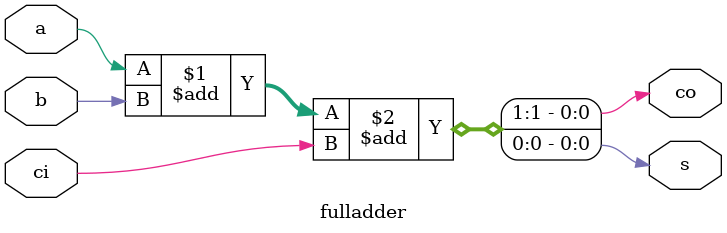
<source format=v>

module Part1(SW, LEDR, LEDG);
	input [8:0] SW;
	output [8:0] LEDR;
	output [4:0] LEDG;
	
	wire [2:0]c;

	/* Your code goes here */
	assign LEDR[0] = SW[0];
	assign LEDR[1] = SW[1];
	assign LEDR[2] = SW[2];
	assign LEDR[3] = SW[3];
	assign LEDR[4] = SW[4];
	assign LEDR[5] = SW[5];
	assign LEDR[6] = SW[6];
	assign LEDR[7] = SW[7];
	assign LEDR[8] = SW[8];
	fulladder f0(SW[4],SW[0],SW[8],LEDG[0],c[0]);
	fulladder f1(SW[5],SW[1],c[0],LEDG[1],c[1]);
	fulladder f2(SW[6],SW[2],c[1],LEDG[2],c[2]);
	fulladder f3(SW[7],SW[3],c[2],LEDG[3],LEDG[4]);

	endmodule

module fulladder(a,b,ci,s,co);
input a;
input b;
input ci;
output s;
output co;

assign {co , s} = a+b+ci;


endmodule
	
</source>
